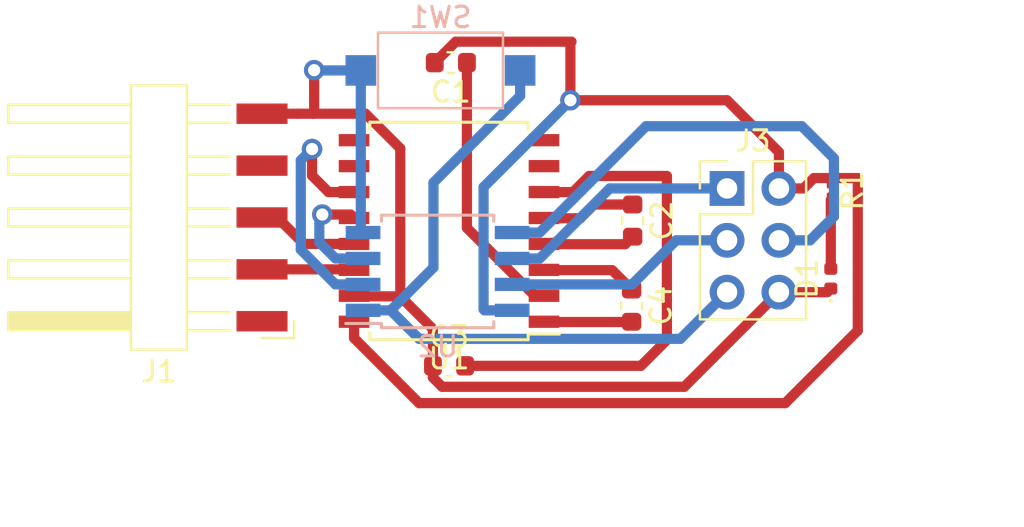
<source format=kicad_pcb>
(kicad_pcb (version 20171130) (host pcbnew 5.0.1-33cea8e~68~ubuntu18.04.1)

  (general
    (thickness 1.6)
    (drawings 6)
    (tracks 111)
    (zones 0)
    (modules 11)
    (nets 24)
  )

  (page A4)
  (layers
    (0 F.Cu signal)
    (31 B.Cu signal)
    (32 B.Adhes user)
    (33 F.Adhes user hide)
    (34 B.Paste user)
    (35 F.Paste user hide)
    (36 B.SilkS user)
    (37 F.SilkS user hide)
    (38 B.Mask user)
    (39 F.Mask user hide)
    (40 Dwgs.User user)
    (41 Cmts.User user)
    (42 Eco1.User user)
    (43 Eco2.User user)
    (44 Edge.Cuts user)
    (45 Margin user)
    (46 B.CrtYd user)
    (47 F.CrtYd user hide)
    (48 B.Fab user)
    (49 F.Fab user hide)
  )

  (setup
    (last_trace_width 0.5)
    (trace_clearance 0.3)
    (zone_clearance 0.508)
    (zone_45_only no)
    (trace_min 0.2)
    (segment_width 0.2)
    (edge_width 0.15)
    (via_size 1)
    (via_drill 0.5)
    (via_min_size 0.4)
    (via_min_drill 0.3)
    (uvia_size 0.3)
    (uvia_drill 0.1)
    (uvias_allowed no)
    (uvia_min_size 0.2)
    (uvia_min_drill 0.1)
    (pcb_text_width 0.3)
    (pcb_text_size 1.5 1.5)
    (mod_edge_width 0.15)
    (mod_text_size 1 1)
    (mod_text_width 0.15)
    (pad_size 1.524 1.524)
    (pad_drill 0.762)
    (pad_to_mask_clearance 0.051)
    (solder_mask_min_width 0.25)
    (aux_axis_origin 124.46 62.5348)
    (visible_elements FFFFFFFF)
    (pcbplotparams
      (layerselection 0x00000_ffffffff)
      (usegerberextensions false)
      (usegerberattributes false)
      (usegerberadvancedattributes false)
      (creategerberjobfile false)
      (excludeedgelayer true)
      (linewidth 0.100000)
      (plotframeref false)
      (viasonmask false)
      (mode 1)
      (useauxorigin true)
      (hpglpennumber 1)
      (hpglpenspeed 20)
      (hpglpendiameter 15.000000)
      (psnegative false)
      (psa4output false)
      (plotreference true)
      (plotvalue true)
      (plotinvisibletext false)
      (padsonsilk false)
      (subtractmaskfromsilk false)
      (outputformat 1)
      (mirror false)
      (drillshape 0)
      (scaleselection 1)
      (outputdirectory "gerber/"))
  )

  (net 0 "")
  (net 1 "Net-(C1-Pad2)")
  (net 2 "Net-(C1-Pad1)")
  (net 3 "Net-(C2-Pad1)")
  (net 4 "Net-(C2-Pad2)")
  (net 5 GND)
  (net 6 "Net-(C3-Pad2)")
  (net 7 "Net-(C4-Pad2)")
  (net 8 "Net-(C4-Pad1)")
  (net 9 "Net-(D1-Pad2)")
  (net 10 "Net-(J1-Pad2)")
  (net 11 "Net-(J3-Pad1)")
  (net 12 "Net-(J3-Pad3)")
  (net 13 "Net-(J3-Pad4)")
  (net 14 "Net-(J3-Pad5)")
  (net 15 "Net-(U1-Pad7)")
  (net 16 "Net-(U1-Pad8)")
  (net 17 "Net-(U1-Pad9)")
  (net 18 "Net-(U1-Pad10)")
  (net 19 "Net-(U1-Pad11)")
  (net 20 "Net-(U1-Pad12)")
  (net 21 "Net-(J1-Pad1)")
  (net 22 "Net-(J1-Pad3)")
  (net 23 "Net-(J1-Pad4)")

  (net_class Default "This is the default net class."
    (clearance 0.3)
    (trace_width 0.5)
    (via_dia 1)
    (via_drill 0.5)
    (uvia_dia 0.3)
    (uvia_drill 0.1)
    (add_net GND)
    (add_net "Net-(C1-Pad1)")
    (add_net "Net-(C1-Pad2)")
    (add_net "Net-(C2-Pad1)")
    (add_net "Net-(C2-Pad2)")
    (add_net "Net-(C3-Pad2)")
    (add_net "Net-(C4-Pad1)")
    (add_net "Net-(C4-Pad2)")
    (add_net "Net-(D1-Pad2)")
    (add_net "Net-(J1-Pad1)")
    (add_net "Net-(J1-Pad2)")
    (add_net "Net-(J1-Pad3)")
    (add_net "Net-(J1-Pad4)")
    (add_net "Net-(J3-Pad1)")
    (add_net "Net-(J3-Pad3)")
    (add_net "Net-(J3-Pad4)")
    (add_net "Net-(J3-Pad5)")
    (add_net "Net-(U1-Pad10)")
    (add_net "Net-(U1-Pad11)")
    (add_net "Net-(U1-Pad12)")
    (add_net "Net-(U1-Pad7)")
    (add_net "Net-(U1-Pad8)")
    (add_net "Net-(U1-Pad9)")
  )

  (module Capacitor_SMD:C_0603_1608Metric (layer F.Cu) (tedit 5B301BBE) (tstamp 5BE6DC12)
    (at 135.5725 45.4025 180)
    (descr "Capacitor SMD 0603 (1608 Metric), square (rectangular) end terminal, IPC_7351 nominal, (Body size source: http://www.tortai-tech.com/upload/download/2011102023233369053.pdf), generated with kicad-footprint-generator")
    (tags capacitor)
    (path /5BDA11D5)
    (attr smd)
    (fp_text reference C1 (at 0 -1.43 180) (layer F.SilkS)
      (effects (font (size 1 1) (thickness 0.15)))
    )
    (fp_text value C (at 0 1.43 180) (layer F.Fab)
      (effects (font (size 1 1) (thickness 0.15)))
    )
    (fp_text user %R (at 0 0 180) (layer F.Fab)
      (effects (font (size 0.4 0.4) (thickness 0.06)))
    )
    (fp_line (start 1.48 0.73) (end -1.48 0.73) (layer F.CrtYd) (width 0.05))
    (fp_line (start 1.48 -0.73) (end 1.48 0.73) (layer F.CrtYd) (width 0.05))
    (fp_line (start -1.48 -0.73) (end 1.48 -0.73) (layer F.CrtYd) (width 0.05))
    (fp_line (start -1.48 0.73) (end -1.48 -0.73) (layer F.CrtYd) (width 0.05))
    (fp_line (start -0.162779 0.51) (end 0.162779 0.51) (layer F.SilkS) (width 0.12))
    (fp_line (start -0.162779 -0.51) (end 0.162779 -0.51) (layer F.SilkS) (width 0.12))
    (fp_line (start 0.8 0.4) (end -0.8 0.4) (layer F.Fab) (width 0.1))
    (fp_line (start 0.8 -0.4) (end 0.8 0.4) (layer F.Fab) (width 0.1))
    (fp_line (start -0.8 -0.4) (end 0.8 -0.4) (layer F.Fab) (width 0.1))
    (fp_line (start -0.8 0.4) (end -0.8 -0.4) (layer F.Fab) (width 0.1))
    (pad 2 smd roundrect (at 0.7875 0 180) (size 0.875 0.95) (layers F.Cu F.Paste F.Mask) (roundrect_rratio 0.25)
      (net 1 "Net-(C1-Pad2)"))
    (pad 1 smd roundrect (at -0.7875 0 180) (size 0.875 0.95) (layers F.Cu F.Paste F.Mask) (roundrect_rratio 0.25)
      (net 2 "Net-(C1-Pad1)"))
    (model ${KISYS3DMOD}/Capacitor_SMD.3dshapes/C_0603_1608Metric.wrl
      (at (xyz 0 0 0))
      (scale (xyz 1 1 1))
      (rotate (xyz 0 0 0))
    )
  )

  (module Capacitor_SMD:C_0603_1608Metric (layer F.Cu) (tedit 5B301BBE) (tstamp 5BE6D1B4)
    (at 144.4752 53.1368 270)
    (descr "Capacitor SMD 0603 (1608 Metric), square (rectangular) end terminal, IPC_7351 nominal, (Body size source: http://www.tortai-tech.com/upload/download/2011102023233369053.pdf), generated with kicad-footprint-generator")
    (tags capacitor)
    (path /5BDA1179)
    (attr smd)
    (fp_text reference C2 (at 0 -1.43 270) (layer F.SilkS)
      (effects (font (size 1 1) (thickness 0.15)))
    )
    (fp_text value C (at 0 1.43 270) (layer F.Fab)
      (effects (font (size 1 1) (thickness 0.15)))
    )
    (fp_line (start -0.8 0.4) (end -0.8 -0.4) (layer F.Fab) (width 0.1))
    (fp_line (start -0.8 -0.4) (end 0.8 -0.4) (layer F.Fab) (width 0.1))
    (fp_line (start 0.8 -0.4) (end 0.8 0.4) (layer F.Fab) (width 0.1))
    (fp_line (start 0.8 0.4) (end -0.8 0.4) (layer F.Fab) (width 0.1))
    (fp_line (start -0.162779 -0.51) (end 0.162779 -0.51) (layer F.SilkS) (width 0.12))
    (fp_line (start -0.162779 0.51) (end 0.162779 0.51) (layer F.SilkS) (width 0.12))
    (fp_line (start -1.48 0.73) (end -1.48 -0.73) (layer F.CrtYd) (width 0.05))
    (fp_line (start -1.48 -0.73) (end 1.48 -0.73) (layer F.CrtYd) (width 0.05))
    (fp_line (start 1.48 -0.73) (end 1.48 0.73) (layer F.CrtYd) (width 0.05))
    (fp_line (start 1.48 0.73) (end -1.48 0.73) (layer F.CrtYd) (width 0.05))
    (fp_text user %R (at 0 0 270) (layer F.Fab)
      (effects (font (size 0.4 0.4) (thickness 0.06)))
    )
    (pad 1 smd roundrect (at -0.7875 0 270) (size 0.875 0.95) (layers F.Cu F.Paste F.Mask) (roundrect_rratio 0.25)
      (net 3 "Net-(C2-Pad1)"))
    (pad 2 smd roundrect (at 0.7875 0 270) (size 0.875 0.95) (layers F.Cu F.Paste F.Mask) (roundrect_rratio 0.25)
      (net 4 "Net-(C2-Pad2)"))
    (model ${KISYS3DMOD}/Capacitor_SMD.3dshapes/C_0603_1608Metric.wrl
      (at (xyz 0 0 0))
      (scale (xyz 1 1 1))
      (rotate (xyz 0 0 0))
    )
  )

  (module Capacitor_SMD:C_0603_1608Metric (layer F.Cu) (tedit 5B301BBE) (tstamp 5BE6D1C5)
    (at 135.4836 60.2488)
    (descr "Capacitor SMD 0603 (1608 Metric), square (rectangular) end terminal, IPC_7351 nominal, (Body size source: http://www.tortai-tech.com/upload/download/2011102023233369053.pdf), generated with kicad-footprint-generator")
    (tags capacitor)
    (path /5BDA107C)
    (attr smd)
    (fp_text reference C3 (at 0 -1.43) (layer F.SilkS)
      (effects (font (size 1 1) (thickness 0.15)))
    )
    (fp_text value C (at 0 1.43) (layer F.Fab)
      (effects (font (size 1 1) (thickness 0.15)))
    )
    (fp_line (start -0.8 0.4) (end -0.8 -0.4) (layer F.Fab) (width 0.1))
    (fp_line (start -0.8 -0.4) (end 0.8 -0.4) (layer F.Fab) (width 0.1))
    (fp_line (start 0.8 -0.4) (end 0.8 0.4) (layer F.Fab) (width 0.1))
    (fp_line (start 0.8 0.4) (end -0.8 0.4) (layer F.Fab) (width 0.1))
    (fp_line (start -0.162779 -0.51) (end 0.162779 -0.51) (layer F.SilkS) (width 0.12))
    (fp_line (start -0.162779 0.51) (end 0.162779 0.51) (layer F.SilkS) (width 0.12))
    (fp_line (start -1.48 0.73) (end -1.48 -0.73) (layer F.CrtYd) (width 0.05))
    (fp_line (start -1.48 -0.73) (end 1.48 -0.73) (layer F.CrtYd) (width 0.05))
    (fp_line (start 1.48 -0.73) (end 1.48 0.73) (layer F.CrtYd) (width 0.05))
    (fp_line (start 1.48 0.73) (end -1.48 0.73) (layer F.CrtYd) (width 0.05))
    (fp_text user %R (at 0 0) (layer F.Fab)
      (effects (font (size 0.4 0.4) (thickness 0.06)))
    )
    (pad 1 smd roundrect (at -0.7875 0) (size 0.875 0.95) (layers F.Cu F.Paste F.Mask) (roundrect_rratio 0.25)
      (net 5 GND))
    (pad 2 smd roundrect (at 0.7875 0) (size 0.875 0.95) (layers F.Cu F.Paste F.Mask) (roundrect_rratio 0.25)
      (net 6 "Net-(C3-Pad2)"))
    (model ${KISYS3DMOD}/Capacitor_SMD.3dshapes/C_0603_1608Metric.wrl
      (at (xyz 0 0 0))
      (scale (xyz 1 1 1))
      (rotate (xyz 0 0 0))
    )
  )

  (module Capacitor_SMD:C_0603_1608Metric (layer F.Cu) (tedit 5B301BBE) (tstamp 5BE6D1D6)
    (at 144.4244 57.3024 270)
    (descr "Capacitor SMD 0603 (1608 Metric), square (rectangular) end terminal, IPC_7351 nominal, (Body size source: http://www.tortai-tech.com/upload/download/2011102023233369053.pdf), generated with kicad-footprint-generator")
    (tags capacitor)
    (path /5BDA113C)
    (attr smd)
    (fp_text reference C4 (at 0 -1.43 270) (layer F.SilkS)
      (effects (font (size 1 1) (thickness 0.15)))
    )
    (fp_text value C (at 0 1.43 270) (layer F.Fab)
      (effects (font (size 1 1) (thickness 0.15)))
    )
    (fp_text user %R (at 0 0 270) (layer F.Fab)
      (effects (font (size 0.4 0.4) (thickness 0.06)))
    )
    (fp_line (start 1.48 0.73) (end -1.48 0.73) (layer F.CrtYd) (width 0.05))
    (fp_line (start 1.48 -0.73) (end 1.48 0.73) (layer F.CrtYd) (width 0.05))
    (fp_line (start -1.48 -0.73) (end 1.48 -0.73) (layer F.CrtYd) (width 0.05))
    (fp_line (start -1.48 0.73) (end -1.48 -0.73) (layer F.CrtYd) (width 0.05))
    (fp_line (start -0.162779 0.51) (end 0.162779 0.51) (layer F.SilkS) (width 0.12))
    (fp_line (start -0.162779 -0.51) (end 0.162779 -0.51) (layer F.SilkS) (width 0.12))
    (fp_line (start 0.8 0.4) (end -0.8 0.4) (layer F.Fab) (width 0.1))
    (fp_line (start 0.8 -0.4) (end 0.8 0.4) (layer F.Fab) (width 0.1))
    (fp_line (start -0.8 -0.4) (end 0.8 -0.4) (layer F.Fab) (width 0.1))
    (fp_line (start -0.8 0.4) (end -0.8 -0.4) (layer F.Fab) (width 0.1))
    (pad 2 smd roundrect (at 0.7875 0 270) (size 0.875 0.95) (layers F.Cu F.Paste F.Mask) (roundrect_rratio 0.25)
      (net 7 "Net-(C4-Pad2)"))
    (pad 1 smd roundrect (at -0.7875 0 270) (size 0.875 0.95) (layers F.Cu F.Paste F.Mask) (roundrect_rratio 0.25)
      (net 8 "Net-(C4-Pad1)"))
    (model ${KISYS3DMOD}/Capacitor_SMD.3dshapes/C_0603_1608Metric.wrl
      (at (xyz 0 0 0))
      (scale (xyz 1 1 1))
      (rotate (xyz 0 0 0))
    )
  )

  (module LED_SMD:LED_0402_1005Metric (layer F.Cu) (tedit 5B301BBE) (tstamp 5BE6F722)
    (at 154.178 55.9816 90)
    (descr "LED SMD 0402 (1005 Metric), square (rectangular) end terminal, IPC_7351 nominal, (Body size source: http://www.tortai-tech.com/upload/download/2011102023233369053.pdf), generated with kicad-footprint-generator")
    (tags LED)
    (path /5BDAC493)
    (attr smd)
    (fp_text reference D1 (at 0 -1.17 90) (layer F.SilkS)
      (effects (font (size 1 1) (thickness 0.15)))
    )
    (fp_text value LED (at 0 1.17 90) (layer F.Fab)
      (effects (font (size 1 1) (thickness 0.15)))
    )
    (fp_circle (center -1.09 0) (end -1.04 0) (layer F.SilkS) (width 0.1))
    (fp_line (start -0.5 0.25) (end -0.5 -0.25) (layer F.Fab) (width 0.1))
    (fp_line (start -0.5 -0.25) (end 0.5 -0.25) (layer F.Fab) (width 0.1))
    (fp_line (start 0.5 -0.25) (end 0.5 0.25) (layer F.Fab) (width 0.1))
    (fp_line (start 0.5 0.25) (end -0.5 0.25) (layer F.Fab) (width 0.1))
    (fp_line (start -0.4 0.25) (end -0.4 -0.25) (layer F.Fab) (width 0.1))
    (fp_line (start -0.3 0.25) (end -0.3 -0.25) (layer F.Fab) (width 0.1))
    (fp_line (start -0.93 0.47) (end -0.93 -0.47) (layer F.CrtYd) (width 0.05))
    (fp_line (start -0.93 -0.47) (end 0.93 -0.47) (layer F.CrtYd) (width 0.05))
    (fp_line (start 0.93 -0.47) (end 0.93 0.47) (layer F.CrtYd) (width 0.05))
    (fp_line (start 0.93 0.47) (end -0.93 0.47) (layer F.CrtYd) (width 0.05))
    (fp_text user %R (at 0 0 90) (layer F.Fab)
      (effects (font (size 0.25 0.25) (thickness 0.04)))
    )
    (pad 1 smd roundrect (at -0.485 0 90) (size 0.59 0.64) (layers F.Cu F.Paste F.Mask) (roundrect_rratio 0.25)
      (net 5 GND))
    (pad 2 smd roundrect (at 0.485 0 90) (size 0.59 0.64) (layers F.Cu F.Paste F.Mask) (roundrect_rratio 0.25)
      (net 9 "Net-(D1-Pad2)"))
    (model ${KISYS3DMOD}/LED_SMD.3dshapes/LED_0402_1005Metric.wrl
      (at (xyz 0 0 0))
      (scale (xyz 1 1 1))
      (rotate (xyz 0 0 0))
    )
  )

  (module Resistor_SMD:R_0201_0603Metric (layer F.Cu) (tedit 5B301BBD) (tstamp 5BE6E275)
    (at 154.178 51.6636 270)
    (descr "Resistor SMD 0201 (0603 Metric), square (rectangular) end terminal, IPC_7351 nominal, (Body size source: https://www.vishay.com/docs/20052/crcw0201e3.pdf), generated with kicad-footprint-generator")
    (tags resistor)
    (path /5BDAC5B4)
    (attr smd)
    (fp_text reference R1 (at 0 -1.05 270) (layer F.SilkS)
      (effects (font (size 1 1) (thickness 0.15)))
    )
    (fp_text value R (at 0 1.05 270) (layer F.Fab)
      (effects (font (size 1 1) (thickness 0.15)))
    )
    (fp_line (start -0.3 0.15) (end -0.3 -0.15) (layer F.Fab) (width 0.1))
    (fp_line (start -0.3 -0.15) (end 0.3 -0.15) (layer F.Fab) (width 0.1))
    (fp_line (start 0.3 -0.15) (end 0.3 0.15) (layer F.Fab) (width 0.1))
    (fp_line (start 0.3 0.15) (end -0.3 0.15) (layer F.Fab) (width 0.1))
    (fp_line (start -0.7 0.35) (end -0.7 -0.35) (layer F.CrtYd) (width 0.05))
    (fp_line (start -0.7 -0.35) (end 0.7 -0.35) (layer F.CrtYd) (width 0.05))
    (fp_line (start 0.7 -0.35) (end 0.7 0.35) (layer F.CrtYd) (width 0.05))
    (fp_line (start 0.7 0.35) (end -0.7 0.35) (layer F.CrtYd) (width 0.05))
    (fp_text user %R (at 0 -0.68 270) (layer F.Fab)
      (effects (font (size 0.25 0.25) (thickness 0.04)))
    )
    (pad "" smd roundrect (at -0.345 0 270) (size 0.318 0.36) (layers F.Paste) (roundrect_rratio 0.25))
    (pad "" smd roundrect (at 0.345 0 270) (size 0.318 0.36) (layers F.Paste) (roundrect_rratio 0.25))
    (pad 1 smd roundrect (at -0.32 0 270) (size 0.46 0.4) (layers F.Cu F.Mask) (roundrect_rratio 0.25)
      (net 1 "Net-(C1-Pad2)"))
    (pad 2 smd roundrect (at 0.32 0 270) (size 0.46 0.4) (layers F.Cu F.Mask) (roundrect_rratio 0.25)
      (net 9 "Net-(D1-Pad2)"))
    (model ${KISYS3DMOD}/Resistor_SMD.3dshapes/R_0201_0603Metric.wrl
      (at (xyz 0 0 0))
      (scale (xyz 1 1 1))
      (rotate (xyz 0 0 0))
    )
  )

  (module Button_Switch_SMD:SW_SPST_CK_RS282G05A3 (layer B.Cu) (tedit 5A7A67D2) (tstamp 5BE6D29B)
    (at 135.0645 45.7835 180)
    (descr https://www.mouser.com/ds/2/60/RS-282G05A-SM_RT-1159762.pdf)
    (tags "SPST button tactile switch")
    (path /5BDAC8D8)
    (attr smd)
    (fp_text reference SW1 (at 0 2.6 180) (layer B.SilkS)
      (effects (font (size 1 1) (thickness 0.15)) (justify mirror))
    )
    (fp_text value SW_Push (at 0 -3 180) (layer B.Fab)
      (effects (font (size 1 1) (thickness 0.15)) (justify mirror))
    )
    (fp_line (start -4.9 -2.05) (end -4.9 2.05) (layer B.CrtYd) (width 0.05))
    (fp_line (start 4.9 -2.05) (end -4.9 -2.05) (layer B.CrtYd) (width 0.05))
    (fp_line (start 4.9 2.05) (end 4.9 -2.05) (layer B.CrtYd) (width 0.05))
    (fp_line (start -4.9 2.05) (end 4.9 2.05) (layer B.CrtYd) (width 0.05))
    (fp_text user %R (at 0 2.6 180) (layer B.Fab)
      (effects (font (size 1 1) (thickness 0.15)) (justify mirror))
    )
    (fp_line (start -1.75 1) (end 1.75 1) (layer B.Fab) (width 0.1))
    (fp_line (start 1.75 1) (end 1.75 -1) (layer B.Fab) (width 0.1))
    (fp_line (start 1.75 -1) (end -1.75 -1) (layer B.Fab) (width 0.1))
    (fp_line (start -1.75 -1) (end -1.75 1) (layer B.Fab) (width 0.1))
    (fp_line (start -3.06 1.85) (end 3.06 1.85) (layer B.SilkS) (width 0.12))
    (fp_line (start 3.06 1.85) (end 3.06 -1.85) (layer B.SilkS) (width 0.12))
    (fp_line (start 3.06 -1.85) (end -3.06 -1.85) (layer B.SilkS) (width 0.12))
    (fp_line (start -3.06 -1.85) (end -3.06 1.85) (layer B.SilkS) (width 0.12))
    (fp_line (start -1.5 -0.8) (end 1.5 -0.8) (layer B.Fab) (width 0.1))
    (fp_line (start -1.5 0.8) (end 1.5 0.8) (layer B.Fab) (width 0.1))
    (fp_line (start 1.5 0.8) (end 1.5 -0.8) (layer B.Fab) (width 0.1))
    (fp_line (start -1.5 0.8) (end -1.5 -0.8) (layer B.Fab) (width 0.1))
    (fp_line (start -3 -1.8) (end 3 -1.8) (layer B.Fab) (width 0.1))
    (fp_line (start -3 1.8) (end 3 1.8) (layer B.Fab) (width 0.1))
    (fp_line (start -3 1.8) (end -3 -1.8) (layer B.Fab) (width 0.1))
    (fp_line (start 3 1.8) (end 3 -1.8) (layer B.Fab) (width 0.1))
    (pad 1 smd rect (at -3.9 0 180) (size 1.5 1.5) (layers B.Cu B.Paste B.Mask)
      (net 14 "Net-(J3-Pad5)"))
    (pad 2 smd rect (at 3.9 0 180) (size 1.5 1.5) (layers B.Cu B.Paste B.Mask)
      (net 5 GND))
    (model ${KISYS3DMOD}/Button_Switch_SMD.3dshapes/SW_SPST_CK_RS282G05A3.wrl
      (at (xyz 0 0 0))
      (scale (xyz 1 1 1))
      (rotate (xyz 0 0 0))
    )
  )

  (module Package_SO:SOIJ-8_5.3x5.3mm_P1.27mm (layer B.Cu) (tedit 5A02F2D3) (tstamp 5BE6D797)
    (at 134.9248 55.626)
    (descr "8-Lead Plastic Small Outline (SM) - Medium, 5.28 mm Body [SOIC] (see Microchip Packaging Specification 00000049BS.pdf)")
    (tags "SOIC 1.27")
    (path /5BDA078C)
    (attr smd)
    (fp_text reference U2 (at 0 3.68) (layer B.SilkS)
      (effects (font (size 1 1) (thickness 0.15)) (justify mirror))
    )
    (fp_text value ATtiny85V-10SU (at 0 -3.68) (layer B.Fab)
      (effects (font (size 1 1) (thickness 0.15)) (justify mirror))
    )
    (fp_text user %R (at 0 0) (layer B.Fab)
      (effects (font (size 1 1) (thickness 0.15)) (justify mirror))
    )
    (fp_line (start -1.65 2.65) (end 2.65 2.65) (layer B.Fab) (width 0.15))
    (fp_line (start 2.65 2.65) (end 2.65 -2.65) (layer B.Fab) (width 0.15))
    (fp_line (start 2.65 -2.65) (end -2.65 -2.65) (layer B.Fab) (width 0.15))
    (fp_line (start -2.65 -2.65) (end -2.65 1.65) (layer B.Fab) (width 0.15))
    (fp_line (start -2.65 1.65) (end -1.65 2.65) (layer B.Fab) (width 0.15))
    (fp_line (start -4.75 2.95) (end -4.75 -2.95) (layer B.CrtYd) (width 0.05))
    (fp_line (start 4.75 2.95) (end 4.75 -2.95) (layer B.CrtYd) (width 0.05))
    (fp_line (start -4.75 2.95) (end 4.75 2.95) (layer B.CrtYd) (width 0.05))
    (fp_line (start -4.75 -2.95) (end 4.75 -2.95) (layer B.CrtYd) (width 0.05))
    (fp_line (start -2.75 2.755) (end -2.75 2.55) (layer B.SilkS) (width 0.15))
    (fp_line (start 2.75 2.755) (end 2.75 2.455) (layer B.SilkS) (width 0.15))
    (fp_line (start 2.75 -2.755) (end 2.75 -2.455) (layer B.SilkS) (width 0.15))
    (fp_line (start -2.75 -2.755) (end -2.75 -2.455) (layer B.SilkS) (width 0.15))
    (fp_line (start -2.75 2.755) (end 2.75 2.755) (layer B.SilkS) (width 0.15))
    (fp_line (start -2.75 -2.755) (end 2.75 -2.755) (layer B.SilkS) (width 0.15))
    (fp_line (start -2.75 2.55) (end -4.5 2.55) (layer B.SilkS) (width 0.15))
    (pad 1 smd rect (at -3.65 1.905) (size 1.7 0.65) (layers B.Cu B.Paste B.Mask)
      (net 14 "Net-(J3-Pad5)"))
    (pad 2 smd rect (at -3.65 0.635) (size 1.7 0.65) (layers B.Cu B.Paste B.Mask)
      (net 19 "Net-(U1-Pad11)"))
    (pad 3 smd rect (at -3.65 -0.635) (size 1.7 0.65) (layers B.Cu B.Paste B.Mask)
      (net 20 "Net-(U1-Pad12)"))
    (pad 4 smd rect (at -3.65 -1.905) (size 1.7 0.65) (layers B.Cu B.Paste B.Mask)
      (net 5 GND))
    (pad 5 smd rect (at 3.65 -1.905) (size 1.7 0.65) (layers B.Cu B.Paste B.Mask)
      (net 13 "Net-(J3-Pad4)"))
    (pad 6 smd rect (at 3.65 -0.635) (size 1.7 0.65) (layers B.Cu B.Paste B.Mask)
      (net 11 "Net-(J3-Pad1)"))
    (pad 7 smd rect (at 3.65 0.635) (size 1.7 0.65) (layers B.Cu B.Paste B.Mask)
      (net 12 "Net-(J3-Pad3)"))
    (pad 8 smd rect (at 3.65 1.905) (size 1.7 0.65) (layers B.Cu B.Paste B.Mask)
      (net 1 "Net-(C1-Pad2)"))
    (model ${KISYS3DMOD}/Package_SO.3dshapes/SOIJ-8_5.3x5.3mm_P1.27mm.wrl
      (at (xyz 0 0 0))
      (scale (xyz 1 1 1))
      (rotate (xyz 0 0 0))
    )
  )

  (module Connector_Harwin:Harwin_M20-89005xx_1x05_P2.54mm_Horizontal (layer F.Cu) (tedit 5B154A07) (tstamp 5BE6EFD6)
    (at 120.8024 52.9844 180)
    (descr "Harwin Male Horizontal Surface Mount Single Row 2.54mm (0.1 inch) Pitch PCB Connector, M20-89005xx, 5 Pins per row (https://cdn.harwin.com/pdfs/M20-890.pdf), generated with kicad-footprint-generator")
    (tags "connector Harwin M20-890 horizontal")
    (path /5BDBDA72)
    (attr smd)
    (fp_text reference J1 (at -0.48 -7.55 180) (layer F.SilkS)
      (effects (font (size 1 1) (thickness 0.15)))
    )
    (fp_text value rs232 (at -0.48 7.55 180) (layer F.Fab)
      (effects (font (size 1 1) (thickness 0.15)))
    )
    (fp_text user %R (at -0.48 0 270) (layer F.Fab)
      (effects (font (size 1 1) (thickness 0.15)))
    )
    (fp_line (start -7.28 6.85) (end -7.28 -6.85) (layer F.CrtYd) (width 0.05))
    (fp_line (start 7.28 6.85) (end -7.28 6.85) (layer F.CrtYd) (width 0.05))
    (fp_line (start 7.28 -6.85) (end 7.28 6.85) (layer F.CrtYd) (width 0.05))
    (fp_line (start -7.28 -6.85) (end 7.28 -6.85) (layer F.CrtYd) (width 0.05))
    (fp_line (start -7.095 -5.9) (end -5.525 -5.9) (layer F.SilkS) (width 0.12))
    (fp_line (start -7.095 -5.08) (end -7.095 -5.9) (layer F.SilkS) (width 0.12))
    (fp_line (start 6.895 5.52) (end 0.895 5.52) (layer F.SilkS) (width 0.12))
    (fp_line (start 6.895 4.64) (end 6.895 5.52) (layer F.SilkS) (width 0.12))
    (fp_line (start 0.895 4.64) (end 6.895 4.64) (layer F.SilkS) (width 0.12))
    (fp_line (start -3.955 5.52) (end -1.845 5.52) (layer F.SilkS) (width 0.12))
    (fp_line (start -3.955 4.64) (end -1.845 4.64) (layer F.SilkS) (width 0.12))
    (fp_line (start 6.895 2.98) (end 0.895 2.98) (layer F.SilkS) (width 0.12))
    (fp_line (start 6.895 2.1) (end 6.895 2.98) (layer F.SilkS) (width 0.12))
    (fp_line (start 0.895 2.1) (end 6.895 2.1) (layer F.SilkS) (width 0.12))
    (fp_line (start -3.955 2.98) (end -1.845 2.98) (layer F.SilkS) (width 0.12))
    (fp_line (start -3.955 2.1) (end -1.845 2.1) (layer F.SilkS) (width 0.12))
    (fp_line (start 6.895 0.44) (end 0.895 0.44) (layer F.SilkS) (width 0.12))
    (fp_line (start 6.895 -0.44) (end 6.895 0.44) (layer F.SilkS) (width 0.12))
    (fp_line (start 0.895 -0.44) (end 6.895 -0.44) (layer F.SilkS) (width 0.12))
    (fp_line (start -3.955 0.44) (end -1.845 0.44) (layer F.SilkS) (width 0.12))
    (fp_line (start -3.955 -0.44) (end -1.845 -0.44) (layer F.SilkS) (width 0.12))
    (fp_line (start 6.895 -2.1) (end 0.895 -2.1) (layer F.SilkS) (width 0.12))
    (fp_line (start 6.895 -2.98) (end 6.895 -2.1) (layer F.SilkS) (width 0.12))
    (fp_line (start 0.895 -2.98) (end 6.895 -2.98) (layer F.SilkS) (width 0.12))
    (fp_line (start -3.955 -2.1) (end -1.845 -2.1) (layer F.SilkS) (width 0.12))
    (fp_line (start -3.955 -2.98) (end -1.845 -2.98) (layer F.SilkS) (width 0.12))
    (fp_line (start 6.895 -4.64) (end 0.895 -4.64) (layer F.SilkS) (width 0.12))
    (fp_line (start 6.895 -5.52) (end 6.895 -4.64) (layer F.SilkS) (width 0.12))
    (fp_line (start 0.895 -5.52) (end 6.895 -5.52) (layer F.SilkS) (width 0.12))
    (fp_line (start -3.955 -4.64) (end -1.845 -4.64) (layer F.SilkS) (width 0.12))
    (fp_line (start -3.955 -5.52) (end -1.845 -5.52) (layer F.SilkS) (width 0.12))
    (fp_line (start -1.845 6.47) (end -1.845 -6.47) (layer F.SilkS) (width 0.12))
    (fp_line (start 0.895 6.47) (end -1.845 6.47) (layer F.SilkS) (width 0.12))
    (fp_line (start 0.895 -6.47) (end 0.895 6.47) (layer F.SilkS) (width 0.12))
    (fp_line (start -1.845 -6.47) (end 0.895 -6.47) (layer F.SilkS) (width 0.12))
    (fp_line (start -1.725 6.35) (end -1.725 -5.95) (layer F.Fab) (width 0.1))
    (fp_line (start 0.775 6.35) (end -1.725 6.35) (layer F.Fab) (width 0.1))
    (fp_line (start 0.775 -6.35) (end 0.775 6.35) (layer F.Fab) (width 0.1))
    (fp_line (start -1.325 -6.35) (end 0.775 -6.35) (layer F.Fab) (width 0.1))
    (fp_line (start -1.725 -5.95) (end -1.325 -6.35) (layer F.Fab) (width 0.1))
    (fp_line (start 6.775 5.4) (end 0.775 5.4) (layer F.Fab) (width 0.1))
    (fp_line (start 6.775 4.76) (end 6.775 5.4) (layer F.Fab) (width 0.1))
    (fp_line (start 0.775 4.76) (end 6.775 4.76) (layer F.Fab) (width 0.1))
    (fp_line (start -6.425 5.4) (end -1.725 5.4) (layer F.Fab) (width 0.1))
    (fp_line (start -6.425 4.76) (end -6.425 5.4) (layer F.Fab) (width 0.1))
    (fp_line (start -1.725 4.76) (end -6.425 4.76) (layer F.Fab) (width 0.1))
    (fp_line (start 6.775 2.86) (end 0.775 2.86) (layer F.Fab) (width 0.1))
    (fp_line (start 6.775 2.22) (end 6.775 2.86) (layer F.Fab) (width 0.1))
    (fp_line (start 0.775 2.22) (end 6.775 2.22) (layer F.Fab) (width 0.1))
    (fp_line (start -6.425 2.86) (end -1.725 2.86) (layer F.Fab) (width 0.1))
    (fp_line (start -6.425 2.22) (end -6.425 2.86) (layer F.Fab) (width 0.1))
    (fp_line (start -1.725 2.22) (end -6.425 2.22) (layer F.Fab) (width 0.1))
    (fp_line (start 6.775 0.32) (end 0.775 0.32) (layer F.Fab) (width 0.1))
    (fp_line (start 6.775 -0.32) (end 6.775 0.32) (layer F.Fab) (width 0.1))
    (fp_line (start 0.775 -0.32) (end 6.775 -0.32) (layer F.Fab) (width 0.1))
    (fp_line (start -6.425 0.32) (end -1.725 0.32) (layer F.Fab) (width 0.1))
    (fp_line (start -6.425 -0.32) (end -6.425 0.32) (layer F.Fab) (width 0.1))
    (fp_line (start -1.725 -0.32) (end -6.425 -0.32) (layer F.Fab) (width 0.1))
    (fp_line (start 6.775 -2.22) (end 0.775 -2.22) (layer F.Fab) (width 0.1))
    (fp_line (start 6.775 -2.86) (end 6.775 -2.22) (layer F.Fab) (width 0.1))
    (fp_line (start 0.775 -2.86) (end 6.775 -2.86) (layer F.Fab) (width 0.1))
    (fp_line (start -6.425 -2.22) (end -1.725 -2.22) (layer F.Fab) (width 0.1))
    (fp_line (start -6.425 -2.86) (end -6.425 -2.22) (layer F.Fab) (width 0.1))
    (fp_line (start -1.725 -2.86) (end -6.425 -2.86) (layer F.Fab) (width 0.1))
    (fp_line (start 6.775 -4.76) (end 0.775 -4.76) (layer F.Fab) (width 0.1))
    (fp_line (start 6.775 -5.4) (end 6.775 -4.76) (layer F.Fab) (width 0.1))
    (fp_line (start 0.775 -5.4) (end 6.775 -5.4) (layer F.Fab) (width 0.1))
    (fp_line (start -6.425 -4.76) (end -1.725 -4.76) (layer F.Fab) (width 0.1))
    (fp_line (start -6.425 -5.4) (end -6.425 -4.76) (layer F.Fab) (width 0.1))
    (fp_line (start -1.725 -5.4) (end -6.425 -5.4) (layer F.Fab) (width 0.1))
    (pad "" smd rect (at 3.895 -5.08 180) (size 6 0.76) (layers F.SilkS))
    (pad 5 smd rect (at -5.525 5.08 180) (size 2.5 1) (layers F.Cu F.Paste F.Mask)
      (net 5 GND))
    (pad 4 smd rect (at -5.525 2.54 180) (size 2.5 1) (layers F.Cu F.Paste F.Mask)
      (net 23 "Net-(J1-Pad4)"))
    (pad 3 smd rect (at -5.525 0 180) (size 2.5 1) (layers F.Cu F.Paste F.Mask)
      (net 22 "Net-(J1-Pad3)"))
    (pad 2 smd rect (at -5.525 -2.54 180) (size 2.5 1) (layers F.Cu F.Paste F.Mask)
      (net 10 "Net-(J1-Pad2)"))
    (pad 1 smd rect (at -5.525 -5.08 180) (size 2.5 1) (layers F.Cu F.Paste F.Mask)
      (net 21 "Net-(J1-Pad1)"))
    (model ${KISYS3DMOD}/Connector_Harwin.3dshapes/Harwin_M20-89005xx_1x05_P2.54mm_Horizontal.wrl
      (at (xyz 0 0 0))
      (scale (xyz 1 1 1))
      (rotate (xyz 0 0 0))
    )
  )

  (module Package_SO:SOIC-16W_7.5x10.3mm_P1.27mm (layer F.Cu) (tedit 5A02F2D3) (tstamp 5BE6FE73)
    (at 135.4836 53.6448 180)
    (descr "16-Lead Plastic Small Outline (SO) - Wide, 7.50 mm Body [SOIC] (see Microchip Packaging Specification 00000049BS.pdf)")
    (tags "SOIC 1.27")
    (path /5BDA04B2)
    (attr smd)
    (fp_text reference U1 (at 0 -6.25 180) (layer F.SilkS)
      (effects (font (size 1 1) (thickness 0.15)))
    )
    (fp_text value MAX232 (at 0 6.25 180) (layer F.Fab)
      (effects (font (size 1 1) (thickness 0.15)))
    )
    (fp_text user %R (at 0 0 180) (layer F.Fab)
      (effects (font (size 1 1) (thickness 0.15)))
    )
    (fp_line (start -2.75 -5.15) (end 3.75 -5.15) (layer F.Fab) (width 0.15))
    (fp_line (start 3.75 -5.15) (end 3.75 5.15) (layer F.Fab) (width 0.15))
    (fp_line (start 3.75 5.15) (end -3.75 5.15) (layer F.Fab) (width 0.15))
    (fp_line (start -3.75 5.15) (end -3.75 -4.15) (layer F.Fab) (width 0.15))
    (fp_line (start -3.75 -4.15) (end -2.75 -5.15) (layer F.Fab) (width 0.15))
    (fp_line (start -5.65 -5.5) (end -5.65 5.5) (layer F.CrtYd) (width 0.05))
    (fp_line (start 5.65 -5.5) (end 5.65 5.5) (layer F.CrtYd) (width 0.05))
    (fp_line (start -5.65 -5.5) (end 5.65 -5.5) (layer F.CrtYd) (width 0.05))
    (fp_line (start -5.65 5.5) (end 5.65 5.5) (layer F.CrtYd) (width 0.05))
    (fp_line (start -3.875 -5.325) (end -3.875 -5.05) (layer F.SilkS) (width 0.15))
    (fp_line (start 3.875 -5.325) (end 3.875 -4.97) (layer F.SilkS) (width 0.15))
    (fp_line (start 3.875 5.325) (end 3.875 4.97) (layer F.SilkS) (width 0.15))
    (fp_line (start -3.875 5.325) (end -3.875 4.97) (layer F.SilkS) (width 0.15))
    (fp_line (start -3.875 -5.325) (end 3.875 -5.325) (layer F.SilkS) (width 0.15))
    (fp_line (start -3.875 5.325) (end 3.875 5.325) (layer F.SilkS) (width 0.15))
    (fp_line (start -3.875 -5.05) (end -5.4 -5.05) (layer F.SilkS) (width 0.15))
    (pad 1 smd rect (at -4.65 -4.445 180) (size 1.5 0.6) (layers F.Cu F.Paste F.Mask)
      (net 7 "Net-(C4-Pad2)"))
    (pad 2 smd rect (at -4.65 -3.175 180) (size 1.5 0.6) (layers F.Cu F.Paste F.Mask)
      (net 2 "Net-(C1-Pad1)"))
    (pad 3 smd rect (at -4.65 -1.905 180) (size 1.5 0.6) (layers F.Cu F.Paste F.Mask)
      (net 8 "Net-(C4-Pad1)"))
    (pad 4 smd rect (at -4.65 -0.635 180) (size 1.5 0.6) (layers F.Cu F.Paste F.Mask)
      (net 4 "Net-(C2-Pad2)"))
    (pad 5 smd rect (at -4.65 0.635 180) (size 1.5 0.6) (layers F.Cu F.Paste F.Mask)
      (net 3 "Net-(C2-Pad1)"))
    (pad 6 smd rect (at -4.65 1.905 180) (size 1.5 0.6) (layers F.Cu F.Paste F.Mask)
      (net 6 "Net-(C3-Pad2)"))
    (pad 7 smd rect (at -4.65 3.175 180) (size 1.5 0.6) (layers F.Cu F.Paste F.Mask)
      (net 15 "Net-(U1-Pad7)"))
    (pad 8 smd rect (at -4.65 4.445 180) (size 1.5 0.6) (layers F.Cu F.Paste F.Mask)
      (net 16 "Net-(U1-Pad8)"))
    (pad 9 smd rect (at 4.65 4.445 180) (size 1.5 0.6) (layers F.Cu F.Paste F.Mask)
      (net 17 "Net-(U1-Pad9)"))
    (pad 10 smd rect (at 4.65 3.175 180) (size 1.5 0.6) (layers F.Cu F.Paste F.Mask)
      (net 18 "Net-(U1-Pad10)"))
    (pad 11 smd rect (at 4.65 1.905 180) (size 1.5 0.6) (layers F.Cu F.Paste F.Mask)
      (net 19 "Net-(U1-Pad11)"))
    (pad 12 smd rect (at 4.65 0.635 180) (size 1.5 0.6) (layers F.Cu F.Paste F.Mask)
      (net 20 "Net-(U1-Pad12)"))
    (pad 13 smd rect (at 4.65 -0.635 180) (size 1.5 0.6) (layers F.Cu F.Paste F.Mask)
      (net 22 "Net-(J1-Pad3)"))
    (pad 14 smd rect (at 4.65 -1.905 180) (size 1.5 0.6) (layers F.Cu F.Paste F.Mask)
      (net 10 "Net-(J1-Pad2)"))
    (pad 15 smd rect (at 4.65 -3.175 180) (size 1.5 0.6) (layers F.Cu F.Paste F.Mask)
      (net 5 GND))
    (pad 16 smd rect (at 4.65 -4.445 180) (size 1.5 0.6) (layers F.Cu F.Paste F.Mask)
      (net 1 "Net-(C1-Pad2)"))
    (model ${KISYS3DMOD}/Package_SO.3dshapes/SOIC-16W_7.5x10.3mm_P1.27mm.wrl
      (at (xyz 0 0 0))
      (scale (xyz 1 1 1))
      (rotate (xyz 0 0 0))
    )
  )

  (module Connector_PinHeader_2.54mm:PinHeader_2x03_P2.54mm_Vertical (layer F.Cu) (tedit 59FED5CC) (tstamp 5BF348C2)
    (at 149.098 51.562)
    (descr "Through hole straight pin header, 2x03, 2.54mm pitch, double rows")
    (tags "Through hole pin header THT 2x03 2.54mm double row")
    (path /5BDA0BD7)
    (fp_text reference J3 (at 1.27 -2.33) (layer F.SilkS)
      (effects (font (size 1 1) (thickness 0.15)))
    )
    (fp_text value ISP (at 1.27 7.41) (layer F.Fab)
      (effects (font (size 1 1) (thickness 0.15)))
    )
    (fp_line (start 0 -1.27) (end 3.81 -1.27) (layer F.Fab) (width 0.1))
    (fp_line (start 3.81 -1.27) (end 3.81 6.35) (layer F.Fab) (width 0.1))
    (fp_line (start 3.81 6.35) (end -1.27 6.35) (layer F.Fab) (width 0.1))
    (fp_line (start -1.27 6.35) (end -1.27 0) (layer F.Fab) (width 0.1))
    (fp_line (start -1.27 0) (end 0 -1.27) (layer F.Fab) (width 0.1))
    (fp_line (start -1.33 6.41) (end 3.87 6.41) (layer F.SilkS) (width 0.12))
    (fp_line (start -1.33 1.27) (end -1.33 6.41) (layer F.SilkS) (width 0.12))
    (fp_line (start 3.87 -1.33) (end 3.87 6.41) (layer F.SilkS) (width 0.12))
    (fp_line (start -1.33 1.27) (end 1.27 1.27) (layer F.SilkS) (width 0.12))
    (fp_line (start 1.27 1.27) (end 1.27 -1.33) (layer F.SilkS) (width 0.12))
    (fp_line (start 1.27 -1.33) (end 3.87 -1.33) (layer F.SilkS) (width 0.12))
    (fp_line (start -1.33 0) (end -1.33 -1.33) (layer F.SilkS) (width 0.12))
    (fp_line (start -1.33 -1.33) (end 0 -1.33) (layer F.SilkS) (width 0.12))
    (fp_line (start -1.8 -1.8) (end -1.8 6.85) (layer F.CrtYd) (width 0.05))
    (fp_line (start -1.8 6.85) (end 4.35 6.85) (layer F.CrtYd) (width 0.05))
    (fp_line (start 4.35 6.85) (end 4.35 -1.8) (layer F.CrtYd) (width 0.05))
    (fp_line (start 4.35 -1.8) (end -1.8 -1.8) (layer F.CrtYd) (width 0.05))
    (fp_text user %R (at 1.27 2.54 90) (layer F.Fab)
      (effects (font (size 1 1) (thickness 0.15)))
    )
    (pad 1 thru_hole rect (at 0 0) (size 1.7 1.7) (drill 1) (layers *.Cu *.Mask)
      (net 11 "Net-(J3-Pad1)"))
    (pad 2 thru_hole oval (at 2.54 0) (size 1.7 1.7) (drill 1) (layers *.Cu *.Mask)
      (net 1 "Net-(C1-Pad2)"))
    (pad 3 thru_hole oval (at 0 2.54) (size 1.7 1.7) (drill 1) (layers *.Cu *.Mask)
      (net 12 "Net-(J3-Pad3)"))
    (pad 4 thru_hole oval (at 2.54 2.54) (size 1.7 1.7) (drill 1) (layers *.Cu *.Mask)
      (net 13 "Net-(J3-Pad4)"))
    (pad 5 thru_hole oval (at 0 5.08) (size 1.7 1.7) (drill 1) (layers *.Cu *.Mask)
      (net 14 "Net-(J3-Pad5)"))
    (pad 6 thru_hole oval (at 2.54 5.08) (size 1.7 1.7) (drill 1) (layers *.Cu *.Mask)
      (net 5 GND))
    (model ${KISYS3DMOD}/Connector_PinHeader_2.54mm.3dshapes/PinHeader_2x03_P2.54mm_Vertical.wrl
      (at (xyz 0 0 0))
      (scale (xyz 1 1 1))
      (rotate (xyz 0 0 0))
    )
  )

  (dimension 18.8976 (width 0.3) (layer Margin)
    (gr_text "18,898 mm" (at 161.7136 53.086 90) (layer Margin)
      (effects (font (size 1.5 1.5) (thickness 0.3)))
    )
    (feature1 (pts (xy 157.0228 43.6372) (xy 160.200021 43.6372)))
    (feature2 (pts (xy 157.0228 62.5348) (xy 160.200021 62.5348)))
    (crossbar (pts (xy 159.6136 62.5348) (xy 159.6136 43.6372)))
    (arrow1a (pts (xy 159.6136 43.6372) (xy 160.200021 44.763704)))
    (arrow1b (pts (xy 159.6136 43.6372) (xy 159.027179 44.763704)))
    (arrow2a (pts (xy 159.6136 62.5348) (xy 160.200021 61.408296)))
    (arrow2b (pts (xy 159.6136 62.5348) (xy 159.027179 61.408296)))
  )
  (dimension 31.496041 (width 0.3) (layer Margin)
    (gr_text "31,496 mm" (at 140.198468 69.486105 359.9075875) (layer Margin)
      (effects (font (size 1.5 1.5) (thickness 0.3)))
    )
    (feature1 (pts (xy 155.956 63.6016) (xy 155.948909 67.997928)))
    (feature2 (pts (xy 124.46 63.5508) (xy 124.452909 67.947128)))
    (crossbar (pts (xy 124.453855 67.360708) (xy 155.949855 67.411508)))
    (arrow1a (pts (xy 155.949855 67.411508) (xy 154.822407 67.996111)))
    (arrow1b (pts (xy 155.949855 67.411508) (xy 154.824299 66.823271)))
    (arrow2a (pts (xy 124.453855 67.360708) (xy 125.579411 67.948945)))
    (arrow2b (pts (xy 124.453855 67.360708) (xy 125.581303 66.776105)))
  )
  (gr_line (start 155.9052 62.5348) (end 124.4092 62.5856) (layer Margin) (width 0.2))
  (gr_line (start 155.9052 43.6372) (end 155.9052 62.5348) (layer Margin) (width 0.2))
  (gr_line (start 124.4092 43.6372) (end 155.9052 43.6372) (layer Margin) (width 0.2))
  (gr_line (start 124.46 62.5348) (end 124.4092 43.6372) (layer Margin) (width 0.2))

  (segment (start 135.81001 44.37749) (end 135.246612 44.940888) (width 0.5) (layer F.Cu) (net 1))
  (segment (start 135.246612 44.940888) (end 134.785 45.4025) (width 0.5) (layer F.Cu) (net 1))
  (segment (start 137.174799 51.496401) (end 141.4272 47.244) (width 0.5) (layer B.Cu) (net 1))
  (segment (start 137.174799 57.480999) (end 137.174799 51.496401) (width 0.5) (layer B.Cu) (net 1))
  (via (at 141.4272 47.244) (size 1) (drill 0.6) (layers F.Cu B.Cu) (net 1))
  (segment (start 138.5748 57.531) (end 137.2248 57.531) (width 0.5) (layer B.Cu) (net 1))
  (segment (start 137.2248 57.531) (end 137.174799 57.480999) (width 0.5) (layer B.Cu) (net 1))
  (segment (start 141.4272 47.244) (end 141.4272 44.42829) (width 0.5) (layer F.Cu) (net 1))
  (segment (start 141.4272 44.42829) (end 141.478 44.37749) (width 0.5) (layer F.Cu) (net 1))
  (segment (start 141.478 44.37749) (end 135.81001 44.37749) (width 0.5) (layer F.Cu) (net 1))
  (segment (start 141.4272 47.244) (end 149.098 47.244) (width 0.5) (layer F.Cu) (net 1))
  (segment (start 151.638 49.784) (end 151.638 51.562) (width 0.5) (layer F.Cu) (net 1))
  (segment (start 149.098 47.244) (end 151.638 49.784) (width 0.5) (layer F.Cu) (net 1))
  (segment (start 154.4676 51.054) (end 154.31801 51.20359) (width 0.5) (layer F.Cu) (net 1))
  (segment (start 155.4988 51.054) (end 154.4676 51.054) (width 0.5) (layer F.Cu) (net 1))
  (segment (start 130.8336 58.0898) (end 130.8336 58.8898) (width 0.5) (layer F.Cu) (net 1))
  (segment (start 134.01762 62.07382) (end 151.94658 62.07382) (width 0.5) (layer F.Cu) (net 1))
  (segment (start 151.94658 62.07382) (end 155.4988 58.5216) (width 0.5) (layer F.Cu) (net 1))
  (segment (start 130.8336 58.8898) (end 134.01762 62.07382) (width 0.5) (layer F.Cu) (net 1))
  (segment (start 155.4988 58.5216) (end 155.4988 51.054) (width 0.5) (layer F.Cu) (net 1))
  (segment (start 153.348081 51.054) (end 154.4676 51.054) (width 0.5) (layer F.Cu) (net 1))
  (segment (start 152.840081 51.562) (end 153.348081 51.054) (width 0.5) (layer F.Cu) (net 1))
  (segment (start 151.638 51.562) (end 152.840081 51.562) (width 0.5) (layer F.Cu) (net 1))
  (segment (start 136.36 53.4962) (end 136.36 45.9775) (width 0.5) (layer F.Cu) (net 2))
  (segment (start 136.36 45.9775) (end 136.36 45.4025) (width 0.5) (layer F.Cu) (net 2))
  (segment (start 139.6836 56.8198) (end 136.36 53.4962) (width 0.5) (layer F.Cu) (net 2))
  (segment (start 140.1336 56.8198) (end 139.6836 56.8198) (width 0.5) (layer F.Cu) (net 2))
  (segment (start 143.9002 52.3493) (end 144.4752 52.3493) (width 0.5) (layer F.Cu) (net 3))
  (segment (start 142.5822 52.3493) (end 143.9002 52.3493) (width 0.5) (layer F.Cu) (net 3))
  (segment (start 141.909 53.0225) (end 142.5822 52.3493) (width 0.5) (layer F.Cu) (net 3))
  (segment (start 140.159 53.0225) (end 141.909 53.0225) (width 0.5) (layer F.Cu) (net 3))
  (segment (start 144.107 54.2925) (end 144.4752 53.9243) (width 0.5) (layer F.Cu) (net 4))
  (segment (start 140.159 54.2925) (end 144.107 54.2925) (width 0.5) (layer F.Cu) (net 4))
  (segment (start 131.1645 53.6107) (end 131.2748 53.721) (width 0.5) (layer B.Cu) (net 5))
  (segment (start 131.1645 45.7835) (end 131.1645 53.6107) (width 0.5) (layer B.Cu) (net 5))
  (segment (start 134.6961 58.4453) (end 134.6961 60.2488) (width 0.5) (layer F.Cu) (net 5))
  (segment (start 133.096 56.8452) (end 134.6961 58.4453) (width 0.5) (layer F.Cu) (net 5))
  (segment (start 130.8336 56.8198) (end 131.2836 56.8198) (width 0.5) (layer F.Cu) (net 5))
  (segment (start 131.309 56.8452) (end 133.096 56.8452) (width 0.5) (layer F.Cu) (net 5))
  (segment (start 131.2836 56.8198) (end 131.309 56.8452) (width 0.5) (layer F.Cu) (net 5))
  (segment (start 128.0774 47.9044) (end 126.3274 47.9044) (width 0.5) (layer F.Cu) (net 5))
  (segment (start 133.096 49.602198) (end 131.398202 47.9044) (width 0.5) (layer F.Cu) (net 5))
  (segment (start 133.096 56.8452) (end 133.096 49.602198) (width 0.5) (layer F.Cu) (net 5))
  (via (at 128.8796 45.7708) (size 1) (drill 0.6) (layers F.Cu B.Cu) (net 5))
  (segment (start 131.1645 45.7835) (end 128.8923 45.7835) (width 0.5) (layer B.Cu) (net 5))
  (segment (start 128.8923 45.7835) (end 128.8796 45.7708) (width 0.5) (layer B.Cu) (net 5))
  (segment (start 128.8796 47.8536) (end 128.8288 47.9044) (width 0.5) (layer F.Cu) (net 5))
  (segment (start 128.8796 45.7708) (end 128.8796 47.8536) (width 0.5) (layer F.Cu) (net 5))
  (segment (start 131.398202 47.9044) (end 128.8288 47.9044) (width 0.5) (layer F.Cu) (net 5))
  (segment (start 128.8288 47.9044) (end 128.0774 47.9044) (width 0.5) (layer F.Cu) (net 5))
  (segment (start 135.14611 61.27381) (end 147.00619 61.27381) (width 0.5) (layer F.Cu) (net 5))
  (segment (start 147.00619 61.27381) (end 151.638 56.642) (width 0.5) (layer F.Cu) (net 5))
  (segment (start 134.6961 60.2488) (end 134.6961 60.8238) (width 0.5) (layer F.Cu) (net 5))
  (segment (start 134.6961 60.8238) (end 135.14611 61.27381) (width 0.5) (layer F.Cu) (net 5))
  (segment (start 154.0026 56.642) (end 154.178 56.4666) (width 0.5) (layer F.Cu) (net 5))
  (segment (start 151.638 56.642) (end 154.0026 56.642) (width 0.5) (layer F.Cu) (net 5))
  (segment (start 141.5542 51.7398) (end 140.1336 51.7398) (width 0.5) (layer F.Cu) (net 6))
  (segment (start 142.3416 50.9524) (end 141.5542 51.7398) (width 0.5) (layer F.Cu) (net 6))
  (segment (start 146.1516 58.9788) (end 146.1516 50.9524) (width 0.5) (layer F.Cu) (net 6))
  (segment (start 136.2711 60.2488) (end 144.8816 60.2488) (width 0.5) (layer F.Cu) (net 6))
  (segment (start 146.1516 50.9524) (end 142.3416 50.9524) (width 0.5) (layer F.Cu) (net 6))
  (segment (start 144.8816 60.2488) (end 146.1516 58.9788) (width 0.5) (layer F.Cu) (net 6))
  (segment (start 144.4118 58.1025) (end 144.4244 58.0899) (width 0.5) (layer F.Cu) (net 7))
  (segment (start 140.159 58.1025) (end 144.4118 58.1025) (width 0.5) (layer F.Cu) (net 7))
  (segment (start 143.472 55.5625) (end 144.4244 56.5149) (width 0.5) (layer F.Cu) (net 8))
  (segment (start 140.159 55.5625) (end 143.472 55.5625) (width 0.5) (layer F.Cu) (net 8))
  (segment (start 154.178 55.1016) (end 154.178 52.12361) (width 0.5) (layer F.Cu) (net 9))
  (segment (start 154.178 55.4966) (end 154.178 55.1016) (width 0.5) (layer F.Cu) (net 9))
  (segment (start 130.8082 55.5244) (end 130.8336 55.5498) (width 0.5) (layer F.Cu) (net 10))
  (segment (start 126.3274 55.5244) (end 130.8082 55.5244) (width 0.5) (layer F.Cu) (net 10))
  (segment (start 147.748 51.562) (end 149.098 51.562) (width 0.5) (layer B.Cu) (net 11))
  (segment (start 143.3538 51.562) (end 147.748 51.562) (width 0.5) (layer B.Cu) (net 11))
  (segment (start 139.9248 54.991) (end 143.3538 51.562) (width 0.5) (layer B.Cu) (net 11))
  (segment (start 138.5748 54.991) (end 139.9248 54.991) (width 0.5) (layer B.Cu) (net 11))
  (segment (start 146.6088 54.102) (end 149.098 54.102) (width 0.5) (layer B.Cu) (net 12))
  (segment (start 138.5748 56.261) (end 144.4498 56.261) (width 0.5) (layer B.Cu) (net 12))
  (segment (start 144.4498 56.261) (end 146.6088 54.102) (width 0.5) (layer B.Cu) (net 12))
  (segment (start 153.162 54.102) (end 151.638 54.102) (width 0.5) (layer B.Cu) (net 13))
  (segment (start 139.9248 53.721) (end 145.1318 48.514) (width 0.5) (layer B.Cu) (net 13))
  (segment (start 138.5748 53.721) (end 139.9248 53.721) (width 0.5) (layer B.Cu) (net 13))
  (segment (start 145.1318 48.514) (end 152.7556 48.514) (width 0.5) (layer B.Cu) (net 13))
  (segment (start 152.7556 48.514) (end 154.3304 50.0888) (width 0.5) (layer B.Cu) (net 13))
  (segment (start 154.3304 50.0888) (end 154.3304 52.9336) (width 0.5) (layer B.Cu) (net 13))
  (segment (start 154.3304 52.9336) (end 153.162 54.102) (width 0.5) (layer B.Cu) (net 13))
  (segment (start 138.9645 47.0335) (end 134.7216 51.2764) (width 0.5) (layer B.Cu) (net 14))
  (segment (start 138.9645 45.7835) (end 138.9645 47.0335) (width 0.5) (layer B.Cu) (net 14))
  (segment (start 134.7216 55.4342) (end 132.6248 57.531) (width 0.5) (layer B.Cu) (net 14))
  (segment (start 134.7216 51.2764) (end 134.7216 55.4342) (width 0.5) (layer B.Cu) (net 14))
  (segment (start 132.6248 57.531) (end 131.2748 57.531) (width 0.5) (layer B.Cu) (net 14))
  (segment (start 146.812 58.928) (end 149.098 56.642) (width 0.5) (layer B.Cu) (net 14))
  (segment (start 132.6248 57.531) (end 134.0218 58.928) (width 0.5) (layer B.Cu) (net 14))
  (segment (start 134.0218 58.928) (end 146.812 58.928) (width 0.5) (layer B.Cu) (net 14))
  (segment (start 129.5836 51.7398) (end 128.778 50.9342) (width 0.5) (layer F.Cu) (net 19))
  (segment (start 130.8336 51.7398) (end 129.5836 51.7398) (width 0.5) (layer F.Cu) (net 19))
  (via (at 128.778 49.6316) (size 1) (drill 0.6) (layers F.Cu B.Cu) (net 19))
  (segment (start 128.778 50.9342) (end 128.778 49.6316) (width 0.5) (layer F.Cu) (net 19))
  (segment (start 129.9248 56.261) (end 131.2748 56.261) (width 0.5) (layer B.Cu) (net 19))
  (segment (start 128.227251 54.563451) (end 129.9248 56.261) (width 0.5) (layer B.Cu) (net 19))
  (segment (start 128.227251 50.182349) (end 128.227251 54.563451) (width 0.5) (layer B.Cu) (net 19))
  (segment (start 128.778 49.6316) (end 128.227251 50.182349) (width 0.5) (layer B.Cu) (net 19))
  (segment (start 129.9248 54.991) (end 129.1336 54.1998) (width 0.5) (layer B.Cu) (net 20))
  (segment (start 131.2748 54.991) (end 129.9248 54.991) (width 0.5) (layer B.Cu) (net 20))
  (via (at 129.277252 52.840748) (size 1) (drill 0.6) (layers F.Cu B.Cu) (net 20))
  (segment (start 129.1336 54.1998) (end 129.1336 52.9844) (width 0.5) (layer B.Cu) (net 20))
  (segment (start 129.1336 52.9844) (end 129.277252 52.840748) (width 0.5) (layer B.Cu) (net 20))
  (segment (start 130.664548 52.840748) (end 130.8336 53.0098) (width 0.5) (layer F.Cu) (net 20))
  (segment (start 129.277252 52.840748) (end 130.664548 52.840748) (width 0.5) (layer F.Cu) (net 20))
  (segment (start 129.5836 54.2798) (end 130.8336 54.2798) (width 0.5) (layer F.Cu) (net 22))
  (segment (start 128.3728 54.2798) (end 129.5836 54.2798) (width 0.5) (layer F.Cu) (net 22))
  (segment (start 127.0774 52.9844) (end 128.3728 54.2798) (width 0.5) (layer F.Cu) (net 22))
  (segment (start 126.3274 52.9844) (end 127.0774 52.9844) (width 0.5) (layer F.Cu) (net 22))

)

</source>
